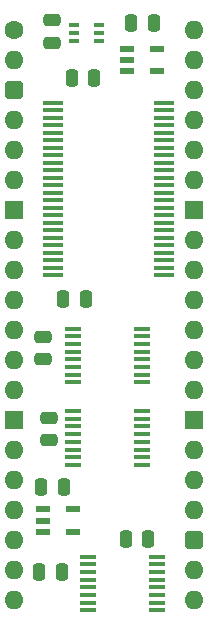
<source format=gbr>
%TF.GenerationSoftware,KiCad,Pcbnew,7.0.5*%
%TF.CreationDate,2024-01-22T19:19:11+02:00*%
%TF.ProjectId,Video Counter 12bit,56696465-6f20-4436-9f75-6e7465722031,rev?*%
%TF.SameCoordinates,Original*%
%TF.FileFunction,Soldermask,Top*%
%TF.FilePolarity,Negative*%
%FSLAX46Y46*%
G04 Gerber Fmt 4.6, Leading zero omitted, Abs format (unit mm)*
G04 Created by KiCad (PCBNEW 7.0.5) date 2024-01-22 19:19:11*
%MOMM*%
%LPD*%
G01*
G04 APERTURE LIST*
G04 Aperture macros list*
%AMRoundRect*
0 Rectangle with rounded corners*
0 $1 Rounding radius*
0 $2 $3 $4 $5 $6 $7 $8 $9 X,Y pos of 4 corners*
0 Add a 4 corners polygon primitive as box body*
4,1,4,$2,$3,$4,$5,$6,$7,$8,$9,$2,$3,0*
0 Add four circle primitives for the rounded corners*
1,1,$1+$1,$2,$3*
1,1,$1+$1,$4,$5*
1,1,$1+$1,$6,$7*
1,1,$1+$1,$8,$9*
0 Add four rect primitives between the rounded corners*
20,1,$1+$1,$2,$3,$4,$5,0*
20,1,$1+$1,$4,$5,$6,$7,0*
20,1,$1+$1,$6,$7,$8,$9,0*
20,1,$1+$1,$8,$9,$2,$3,0*%
G04 Aperture macros list end*
%ADD10RoundRect,0.250000X0.250000X0.475000X-0.250000X0.475000X-0.250000X-0.475000X0.250000X-0.475000X0*%
%ADD11RoundRect,0.250000X-0.250000X-0.475000X0.250000X-0.475000X0.250000X0.475000X-0.250000X0.475000X0*%
%ADD12RoundRect,0.250000X-0.475000X0.250000X-0.475000X-0.250000X0.475000X-0.250000X0.475000X0.250000X0*%
%ADD13R,1.250000X0.600000*%
%ADD14R,1.450000X0.450000*%
%ADD15R,1.800000X0.430000*%
%ADD16R,1.150000X0.600000*%
%ADD17R,0.875000X0.450000*%
%ADD18C,1.600000*%
%ADD19O,1.600000X1.600000*%
%ADD20RoundRect,0.400000X-0.400000X-0.400000X0.400000X-0.400000X0.400000X0.400000X-0.400000X0.400000X0*%
%ADD21R,1.600000X1.600000*%
G04 APERTURE END LIST*
D10*
%TO.C,C11*%
X100685600Y-57861200D03*
X98785600Y-57861200D03*
%TD*%
D11*
%TO.C,C8*%
X91014000Y-104267000D03*
X92914000Y-104267000D03*
%TD*%
%TO.C,C12*%
X93046000Y-81153000D03*
X94946000Y-81153000D03*
%TD*%
D12*
%TO.C,C6*%
X91821000Y-91268000D03*
X91821000Y-93168000D03*
%TD*%
D13*
%TO.C,IC2*%
X98445000Y-60010000D03*
X98445000Y-60960000D03*
X98445000Y-61910000D03*
X100945000Y-61910000D03*
X100945000Y-60010000D03*
%TD*%
D14*
%TO.C,IC3*%
X93849000Y-90689000D03*
X93849000Y-91339000D03*
X93849000Y-91989000D03*
X93849000Y-92639000D03*
X93849000Y-93289000D03*
X93849000Y-93939000D03*
X93849000Y-94589000D03*
X93849000Y-95239000D03*
X99699000Y-95239000D03*
X99699000Y-94589000D03*
X99699000Y-93939000D03*
X99699000Y-93289000D03*
X99699000Y-92639000D03*
X99699000Y-91989000D03*
X99699000Y-91339000D03*
X99699000Y-90689000D03*
%TD*%
D12*
%TO.C,C5*%
X91313000Y-84410000D03*
X91313000Y-86310000D03*
%TD*%
D15*
%TO.C,IC10*%
X92201000Y-64580000D03*
X92201000Y-65214000D03*
X92201000Y-65850000D03*
X92201000Y-66484000D03*
X92201000Y-67120000D03*
X92201000Y-67754000D03*
X92201000Y-68390000D03*
X92201000Y-69024000D03*
X92201000Y-69660000D03*
X92201000Y-70294000D03*
X92201000Y-70930000D03*
X92201000Y-71564000D03*
X92201000Y-72200000D03*
X92201000Y-72834000D03*
X92201000Y-73470000D03*
X92201000Y-74104000D03*
X92201000Y-74740000D03*
X92201000Y-75374000D03*
X92201000Y-76010000D03*
X92201000Y-76644000D03*
X92201000Y-77280000D03*
X92201000Y-77914000D03*
X92201000Y-78550000D03*
X92201000Y-79184000D03*
X101601000Y-79184000D03*
X101601000Y-78550000D03*
X101601000Y-77914000D03*
X101601000Y-77280000D03*
X101601000Y-76644000D03*
X101601000Y-76010000D03*
X101601000Y-75374000D03*
X101601000Y-74740000D03*
X101601000Y-74104000D03*
X101601000Y-73470000D03*
X101601000Y-72834000D03*
X101601000Y-72200000D03*
X101601000Y-71564000D03*
X101601000Y-70930000D03*
X101601000Y-70294000D03*
X101601000Y-69660000D03*
X101601000Y-69024000D03*
X101601000Y-68390000D03*
X101601000Y-67754000D03*
X101601000Y-67120000D03*
X101601000Y-66484000D03*
X101601000Y-65850000D03*
X101601000Y-65214000D03*
X101601000Y-64580000D03*
%TD*%
D12*
%TO.C,C10*%
X92075000Y-57613000D03*
X92075000Y-59513000D03*
%TD*%
D10*
%TO.C,C7*%
X100248000Y-101473000D03*
X98348000Y-101473000D03*
%TD*%
D14*
%TO.C,IC1*%
X93849000Y-83704000D03*
X93849000Y-84354000D03*
X93849000Y-85004000D03*
X93849000Y-85654000D03*
X93849000Y-86304000D03*
X93849000Y-86954000D03*
X93849000Y-87604000D03*
X93849000Y-88254000D03*
X99699000Y-88254000D03*
X99699000Y-87604000D03*
X99699000Y-86954000D03*
X99699000Y-86304000D03*
X99699000Y-85654000D03*
X99699000Y-85004000D03*
X99699000Y-84354000D03*
X99699000Y-83704000D03*
%TD*%
D10*
%TO.C,C9*%
X91185200Y-97078800D03*
X93085200Y-97078800D03*
%TD*%
D14*
%TO.C,IC4*%
X95119000Y-103008000D03*
X95119000Y-103658000D03*
X95119000Y-104308000D03*
X95119000Y-104958000D03*
X95119000Y-105608000D03*
X95119000Y-106258000D03*
X95119000Y-106908000D03*
X95119000Y-107558000D03*
X100969000Y-107558000D03*
X100969000Y-106908000D03*
X100969000Y-106258000D03*
X100969000Y-105608000D03*
X100969000Y-104958000D03*
X100969000Y-104308000D03*
X100969000Y-103658000D03*
X100969000Y-103008000D03*
%TD*%
D16*
%TO.C,IC5*%
X91283000Y-98999000D03*
X91283000Y-99949000D03*
X91283000Y-100899000D03*
X93883000Y-100899000D03*
X93883000Y-98999000D03*
%TD*%
D17*
%TO.C,IC9*%
X93934000Y-58024000D03*
X93934000Y-58674000D03*
X93934000Y-59324000D03*
X96058000Y-59324000D03*
X96058000Y-58674000D03*
X96058000Y-58024000D03*
%TD*%
D10*
%TO.C,C13*%
X95676000Y-62484000D03*
X93776000Y-62484000D03*
%TD*%
D18*
%TO.C,J3*%
X88900000Y-58420000D03*
D19*
X88900000Y-60960000D03*
D20*
X88900000Y-63500000D03*
D19*
X88900000Y-66040000D03*
X88900000Y-68580000D03*
X88900000Y-71120000D03*
D21*
X88900000Y-73660000D03*
D19*
X88900000Y-76200000D03*
X88900000Y-78740000D03*
X88900000Y-81280000D03*
X88900000Y-83820000D03*
X88900000Y-86360000D03*
X88900000Y-88900000D03*
D21*
X88900000Y-91440000D03*
D19*
X88900000Y-93980000D03*
X88900000Y-96520000D03*
X88900000Y-99060000D03*
X88900000Y-101600000D03*
X88900000Y-104140000D03*
X88900000Y-106680000D03*
X104140000Y-106680000D03*
X104140000Y-104140000D03*
D20*
X104140000Y-101600000D03*
D19*
X104140000Y-99060000D03*
X104140000Y-96520000D03*
X104140000Y-93980000D03*
D21*
X104140000Y-91440000D03*
D19*
X104140000Y-88900000D03*
X104140000Y-86360000D03*
X104140000Y-83820000D03*
X104140000Y-81280000D03*
X104140000Y-78740000D03*
X104140000Y-76200000D03*
D21*
X104140000Y-73660000D03*
D19*
X104140000Y-71120000D03*
X104140000Y-68580000D03*
X104140000Y-66040000D03*
X104140000Y-63500000D03*
X104140000Y-60960000D03*
X104140000Y-58420000D03*
%TD*%
M02*

</source>
